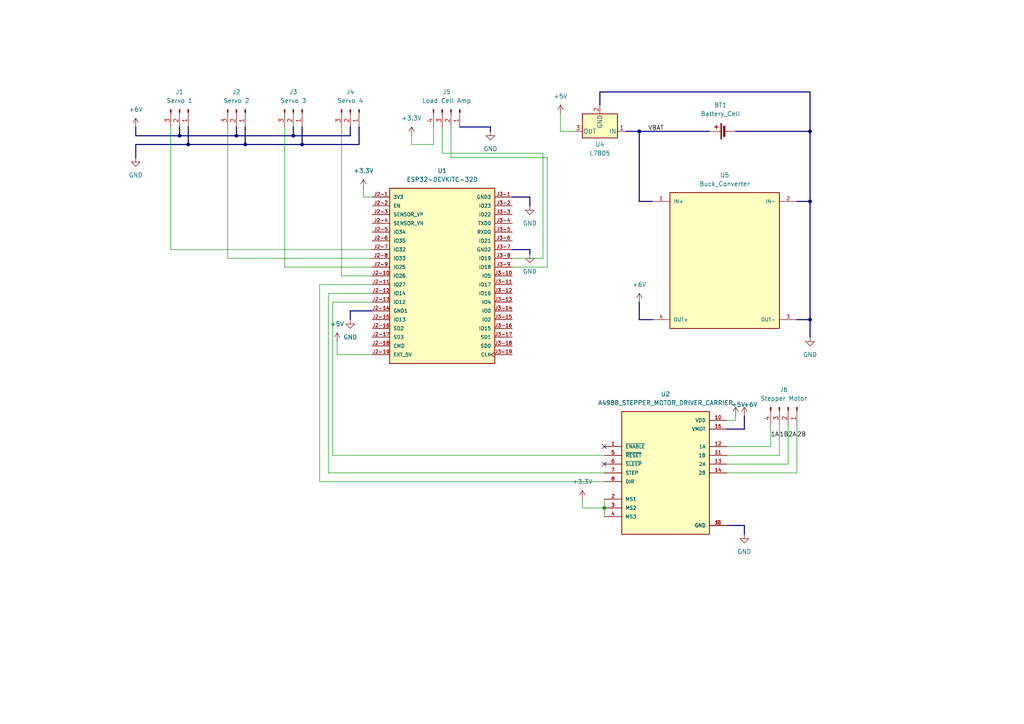
<source format=kicad_sch>
(kicad_sch (version 20250114) (generator "eeschema") (generator_version "9.0")
  (paper "A4")
  (lib_symbols
    (symbol "A4988_STEPPER_MOTOR_DRIVER_CARRIER:A4988_STEPPER_MOTOR_DRIVER_CARRIER" (pin_names (offset 1.016))
      (property "Reference" "U" (at -12.7 19.05 0))
      (property "Value" "A4988_STEPPER_MOTOR_DRIVER_CARRIER" (at -12.7 -21.59 0))
      (symbol "A4988_STEPPER_MOTOR_DRIVER_CARRIER_0_0"
        (rectangle (start -12.7 -17.78) (end 12.7 17.78) (stroke (width 0.254)) (fill (type background)))
        (pin input line (at -17.78 7.62 0) (length 5.08) (name "~{ENABLE}") (number "1"))
        (pin input line (at -17.78 5.08 0) (length 5.08) (name "~{RESET}") (number "5"))
        (pin input line (at -17.78 2.54 0) (length 5.08) (name "~{SLEEP}") (number "6"))
        (pin input line (at -17.78 0 0) (length 5.08) (name "STEP") (number "7"))
        (pin input line (at -17.78 -2.54 0) (length 5.08) (name "DIR") (number "8"))
        (pin input line (at -17.78 -7.62 0) (length 5.08) (name "MS1") (number "2"))
        (pin input line (at -17.78 -10.16 0) (length 5.08) (name "MS2") (number "3"))
        (pin input line (at -17.78 -12.7 0) (length 5.08) (name "MS3") (number "4"))
        (pin power_in line (at 17.78 15.24 180) (length 5.08) (name "VDD") (number "10"))
        (pin power_in line (at 17.78 12.7 180) (length 5.08) (name "VMOT") (number "16"))
        (pin output line (at 17.78 7.62 180) (length 5.08) (name "1A") (number "12"))
        (pin output line (at 17.78 5.08 180) (length 5.08) (name "1B") (number "11"))
        (pin output line (at 17.78 2.54 180) (length 5.08) (name "2A") (number "13"))
        (pin output line (at 17.78 0 180) (length 5.08) (name "2B") (number "14"))
        (pin power_in line (at 17.78 -15.24 180) (length 5.08) (name "GND") (number "15"))
        (pin power_in line (at 17.78 -15.24 180) (length 5.08) (name "GND") (number "9"))
      )
    )
    (symbol "Buck_Converter_1" (pin_names (offset 1.016))
      (property "Reference" "U" (at -12.446 22.86 0))
      (property "Value" "Buck_Converter" (at -12.7 -21.59 0))
      (symbol "Buck_Converter_1_0_0"
        (rectangle (start -12.7 21.59) (end 19.05 -17.78) (stroke (width 0.254)) (fill (type background)))
      )
      (symbol "Buck_Converter_1_1_0"
        (pin input line (at -17.78 19.05 0) (length 5.08) (name "IN+") (number "1"))
        (pin output line (at -17.78 -15.24 0) (length 5.08) (name "OUT+") (number "4"))
        (pin input line (at 24.13 19.05 180) (length 5.08) (name "IN-") (number "2"))
        (pin output line (at 24.13 -15.24 180) (length 5.08) (name "OUT-") (number "3"))
      )
    )
    (symbol "Connector:Conn_01x03_Pin" (pin_names (offset 1.016) (hide yes))
      (property "Reference" "J" (at 0 5.08 0))
      (property "Value" "Conn_01x03_Pin" (at 0 -5.08 0))
      (symbol "Conn_01x03_Pin_1_1"
        (rectangle (start 0.8636 2.667) (end 0 2.413) (stroke (width 0.1524)) (fill (type outline)))
        (rectangle (start 0.8636 0.127) (end 0 -0.127) (stroke (width 0.1524)) (fill (type outline)))
        (rectangle (start 0.8636 -2.413) (end 0 -2.667) (stroke (width 0.1524)) (fill (type outline)))
        (polyline (pts (xy 1.27 2.54) (xy 0.8636 2.54)) (stroke (width 0.1524)))
        (polyline (pts (xy 1.27 0) (xy 0.8636 0)) (stroke (width 0.1524)))
        (polyline (pts (xy 1.27 -2.54) (xy 0.8636 -2.54)) (stroke (width 0.1524)))
        (pin passive line (at 5.08 2.54 180) (length 3.81) (name "Pin_1") (number "1"))
        (pin passive line (at 5.08 0 180) (length 3.81) (name "Pin_2") (number "2"))
        (pin passive line (at 5.08 -2.54 180) (length 3.81) (name "Pin_3") (number "3"))
      )
    )
    (symbol "Connector:Conn_01x04_Pin" (pin_names (offset 1.016) (hide yes))
      (property "Reference" "J" (at 0 5.08 0))
      (property "Value" "Conn_01x04_Pin" (at 0 -7.62 0))
      (symbol "Conn_01x04_Pin_1_1"
        (rectangle (start 0.8636 2.667) (end 0 2.413) (stroke (width 0.1524)) (fill (type outline)))
        (rectangle (start 0.8636 0.127) (end 0 -0.127) (stroke (width 0.1524)) (fill (type outline)))
        (rectangle (start 0.8636 -2.413) (end 0 -2.667) (stroke (width 0.1524)) (fill (type outline)))
        (rectangle (start 0.8636 -4.953) (end 0 -5.207) (stroke (width 0.1524)) (fill (type outline)))
        (polyline (pts (xy 1.27 2.54) (xy 0.8636 2.54)) (stroke (width 0.1524)))
        (polyline (pts (xy 1.27 0) (xy 0.8636 0)) (stroke (width 0.1524)))
        (polyline (pts (xy 1.27 -2.54) (xy 0.8636 -2.54)) (stroke (width 0.1524)))
        (polyline (pts (xy 1.27 -5.08) (xy 0.8636 -5.08)) (stroke (width 0.1524)))
        (pin passive line (at 5.08 2.54 180) (length 3.81) (name "Pin_1") (number "1"))
        (pin passive line (at 5.08 0 180) (length 3.81) (name "Pin_2") (number "2"))
        (pin passive line (at 5.08 -2.54 180) (length 3.81) (name "Pin_3") (number "3"))
        (pin passive line (at 5.08 -5.08 180) (length 3.81) (name "Pin_4") (number "4"))
      )
    )
    (symbol "Device:Battery_Cell" (pin_numbers (hide yes)) (pin_names (offset 0) (hide yes))
      (property "Reference" "BT" (at 2.54 2.54 0))
      (property "Value" "Battery_Cell" (at 2.54 0 0))
      (symbol "Battery_Cell_0_1"
        (rectangle (start -2.286 1.778) (end 2.286 1.524) (fill (type outline)))
        (rectangle (start -1.524 1.016) (end 1.524 0.508) (fill (type outline)))
        (polyline (pts (xy 0 1.778) (xy 0 2.54)))
        (polyline (pts (xy 0 0.762) (xy 0 0)))
        (polyline (pts (xy 0.762 3.048) (xy 1.778 3.048)) (stroke (width 0.254)))
        (polyline (pts (xy 1.27 3.556) (xy 1.27 2.54)) (stroke (width 0.254)))
      )
      (symbol "Battery_Cell_1_1"
        (pin passive line (at 0 5.08 270) (length 2.54) (name "+") (number "1"))
        (pin passive line (at 0 -2.54 90) (length 2.54) (name "-") (number "2"))
      )
    )
    (symbol "ESP32-DEVKITC-32D:ESP32-DEVKITC-32D" (pin_names (offset 1.016))
      (property "Reference" "U" (at -15.2572 26.0643 0))
      (property "Value" "ESP32-DEVKITC-32D" (at -15.2563 -27.9698 0))
      (symbol "ESP32-DEVKITC-32D_0_0"
        (rectangle (start -15.24 -25.4) (end 15.24 25.4) (stroke (width 0.254)) (fill (type background)))
        (pin power_in line (at -20.32 22.86 0) (length 5.08) (name "3V3") (number "J2-1"))
        (pin input line (at -20.32 20.32 0) (length 5.08) (name "EN") (number "J2-2"))
        (pin input line (at -20.32 17.78 0) (length 5.08) (name "SENSOR_VP") (number "J2-3"))
        (pin input line (at -20.32 15.24 0) (length 5.08) (name "SENSOR_VN") (number "J2-4"))
        (pin bidirectional line (at -20.32 12.7 0) (length 5.08) (name "IO34") (number "J2-5"))
        (pin bidirectional line (at -20.32 10.16 0) (length 5.08) (name "IO35") (number "J2-6"))
        (pin bidirectional line (at -20.32 7.62 0) (length 5.08) (name "IO32") (number "J2-7"))
        (pin bidirectional line (at -20.32 5.08 0) (length 5.08) (name "IO33") (number "J2-8"))
        (pin bidirectional line (at -20.32 2.54 0) (length 5.08) (name "IO25") (number "J2-9"))
        (pin bidirectional line (at -20.32 0 0) (length 5.08) (name "IO26") (number "J2-10"))
        (pin bidirectional line (at -20.32 -2.54 0) (length 5.08) (name "IO27") (number "J2-11"))
        (pin bidirectional line (at -20.32 -5.08 0) (length 5.08) (name "IO14") (number "J2-12"))
        (pin bidirectional line (at -20.32 -7.62 0) (length 5.08) (name "IO12") (number "J2-13"))
        (pin power_in line (at -20.32 -10.16 0) (length 5.08) (name "GND1") (number "J2-14"))
        (pin bidirectional line (at -20.32 -12.7 0) (length 5.08) (name "IO13") (number "J2-15"))
        (pin bidirectional line (at -20.32 -15.24 0) (length 5.08) (name "SD2") (number "J2-16"))
        (pin bidirectional line (at -20.32 -17.78 0) (length 5.08) (name "SD3") (number "J2-17"))
        (pin bidirectional line (at -20.32 -20.32 0) (length 5.08) (name "CMD") (number "J2-18"))
        (pin power_in line (at -20.32 -22.86 0) (length 5.08) (name "EXT_5V") (number "J2-19"))
        (pin power_in line (at 20.32 22.86 180) (length 5.08) (name "GND3") (number "J3-1"))
        (pin bidirectional line (at 20.32 20.32 180) (length 5.08) (name "IO23") (number "J3-2"))
        (pin bidirectional line (at 20.32 17.78 180) (length 5.08) (name "IO22") (number "J3-3"))
        (pin output line (at 20.32 15.24 180) (length 5.08) (name "TXD0") (number "J3-4"))
        (pin input line (at 20.32 12.7 180) (length 5.08) (name "RXD0") (number "J3-5"))
        (pin bidirectional line (at 20.32 10.16 180) (length 5.08) (name "IO21") (number "J3-6"))
        (pin power_in line (at 20.32 7.62 180) (length 5.08) (name "GND2") (number "J3-7"))
        (pin bidirectional line (at 20.32 5.08 180) (length 5.08) (name "IO19") (number "J3-8"))
        (pin bidirectional line (at 20.32 2.54 180) (length 5.08) (name "IO18") (number "J3-9"))
        (pin bidirectional line (at 20.32 0 180) (length 5.08) (name "IO5") (number "J3-10"))
        (pin bidirectional line (at 20.32 -2.54 180) (length 5.08) (name "IO17") (number "J3-11"))
        (pin bidirectional line (at 20.32 -5.08 180) (length 5.08) (name "IO16") (number "J3-12"))
        (pin bidirectional line (at 20.32 -7.62 180) (length 5.08) (name "IO4") (number "J3-13"))
        (pin bidirectional line (at 20.32 -10.16 180) (length 5.08) (name "IO0") (number "J3-14"))
        (pin bidirectional line (at 20.32 -12.7 180) (length 5.08) (name "IO2") (number "J3-15"))
        (pin bidirectional line (at 20.32 -15.24 180) (length 5.08) (name "IO15") (number "J3-16"))
        (pin bidirectional line (at 20.32 -17.78 180) (length 5.08) (name "SD1") (number "J3-17"))
        (pin bidirectional line (at 20.32 -20.32 180) (length 5.08) (name "SD0") (number "J3-18"))
        (pin input clock (at 20.32 -22.86 180) (length 5.08) (name "CLK") (number "J3-19"))
      )
    )
    (symbol "Regulator_Linear:L7805" (pin_names (offset 0.254))
      (property "Reference" "U" (at -3.81 3.175 0))
      (property "Value" "L7805" (at 0 3.175 0))
      (symbol "L7805_0_1"
        (rectangle (start -5.08 1.905) (end 5.08 -5.08) (stroke (width 0.254)) (fill (type background)))
      )
      (symbol "L7805_1_1"
        (pin power_in line (at -7.62 0 0) (length 2.54) (name "IN") (number "1"))
        (pin power_in line (at 0 -7.62 90) (length 2.54) (name "GND") (number "2"))
        (pin power_out line (at 7.62 0 180) (length 2.54) (name "OUT") (number "3"))
      )
    )
    (symbol "power:+3.3V" (power) (pin_numbers (hide yes)) (pin_names (offset 0) (hide yes))
      (property "Value" "+3.3V" (at 0 3.556 0))
      (symbol "+3.3V_0_1"
        (polyline (pts (xy -0.762 1.27) (xy 0 2.54)))
        (polyline (pts (xy 0 2.54) (xy 0.762 1.27)))
        (polyline (pts (xy 0 0) (xy 0 2.54)))
      )
      (symbol "+3.3V_1_1"
        (pin power_in line (at 0 0 90) (length 0) (name "~") (number "1"))
      )
    )
    (symbol "power:+5V" (power) (pin_numbers (hide yes)) (pin_names (offset 0) (hide yes))
      (property "Value" "+5V" (at 0 3.556 0))
      (symbol "+5V_0_1"
        (polyline (pts (xy -0.762 1.27) (xy 0 2.54)))
        (polyline (pts (xy 0 2.54) (xy 0.762 1.27)))
        (polyline (pts (xy 0 0) (xy 0 2.54)))
      )
      (symbol "+5V_1_1"
        (pin power_in line (at 0 0 90) (length 0) (name "~") (number "1"))
      )
    )
    (symbol "power:+6V" (power) (pin_numbers (hide yes)) (pin_names (offset 0) (hide yes))
      (property "Value" "+6V" (at 0 3.556 0))
      (symbol "+6V_0_1"
        (polyline (pts (xy -0.762 1.27) (xy 0 2.54)))
        (polyline (pts (xy 0 2.54) (xy 0.762 1.27)))
        (polyline (pts (xy 0 0) (xy 0 2.54)))
      )
      (symbol "+6V_1_1"
        (pin power_in line (at 0 0 90) (length 0) (name "~") (number "1"))
      )
    )
    (symbol "power:GND" (power) (pin_numbers (hide yes)) (pin_names (offset 0) (hide yes))
      (property "Value" "GND" (at 0 -3.81 0))
      (symbol "GND_0_1"
        (polyline (pts (xy 0 0) (xy 0 -1.27) (xy 1.27 -1.27) (xy 0 -2.54) (xy -1.27 -1.27) (xy 0 -1.27)))
      )
      (symbol "GND_1_1"
        (pin power_in line (at 0 0 270) (length 0) (name "~") (number "1"))
      )
    )
  )
  (junction (at 52.07 39.37))
  (junction (at 71.12 41.91))
  (junction (at 87.63 41.91))
  (junction (at 68.58 39.37))
  (junction (at 234.95 92.71))
  (junction (at 185.42 38.1))
  (junction (at 234.95 58.42))
  (junction (at 54.61 41.91))
  (junction (at 175.26 147.32))
  (junction (at 85.09 39.37))
  (junction (at 234.95 38.1))
  (no_connect (at 175.26 129.54))
  (no_connect (at 175.26 134.62))
  (bus (pts (xy 142.24 36.83) (xy 142.24 38.1)))
  (wire (pts (xy 210.82 137.16) (xy 231.14 137.16)))
  (wire (pts (xy 96.52 132.08) (xy 96.52 87.63)))
  (bus (pts (xy 213.36 38.1) (xy 234.95 38.1)))
  (bus (pts (xy 104.14 36.83) (xy 104.14 41.91)))
  (bus (pts (xy 231.14 92.71) (xy 234.95 92.71)))
  (bus (pts (xy 85.09 39.37) (xy 101.6 39.37)))
  (bus (pts (xy 133.35 36.83) (xy 142.24 36.83)))
  (bus (pts (xy 101.6 36.83) (xy 101.6 39.37)))
  (wire (pts (xy 95.25 137.16) (xy 95.25 85.09)))
  (wire (pts (xy 158.75 45.72) (xy 130.81 45.72)))
  (wire (pts (xy 97.79 99.06) (xy 97.79 102.87)))
  (bus (pts (xy 71.12 41.91) (xy 87.63 41.91)))
  (bus (pts (xy 215.9 120.65) (xy 215.9 124.46)))
  (bus (pts (xy 39.37 45.72) (xy 39.37 41.91)))
  (wire (pts (xy 175.26 139.7) (xy 92.71 139.7)))
  (bus (pts (xy 234.95 92.71) (xy 234.95 97.79)))
  (bus (pts (xy 185.42 38.1) (xy 185.42 58.42)))
  (wire (pts (xy 119.38 41.91) (xy 119.38 39.37)))
  (bus (pts (xy 39.37 39.37) (xy 52.07 39.37)))
  (wire (pts (xy 228.6 134.62) (xy 228.6 123.19)))
  (wire (pts (xy 226.06 132.08) (xy 226.06 123.19)))
  (bus (pts (xy 107.95 90.17) (xy 101.6 90.17)))
  (bus (pts (xy 185.42 87.63) (xy 185.42 92.71)))
  (wire (pts (xy 175.26 137.16) (xy 95.25 137.16)))
  (bus (pts (xy 39.37 41.91) (xy 54.61 41.91)))
  (bus (pts (xy 101.6 90.17) (xy 101.6 92.71)))
  (wire (pts (xy 107.95 57.15) (xy 105.41 57.15)))
  (bus (pts (xy 52.07 36.83) (xy 52.07 39.37)))
  (wire (pts (xy 107.95 77.47) (xy 82.55 77.47)))
  (bus (pts (xy 54.61 36.83) (xy 54.61 41.91)))
  (bus (pts (xy 234.95 38.1) (xy 234.95 26.67)))
  (wire (pts (xy 99.06 80.01) (xy 99.06 36.83)))
  (wire (pts (xy 130.81 36.83) (xy 130.81 45.72)))
  (wire (pts (xy 157.48 44.45) (xy 128.27 44.45)))
  (wire (pts (xy 97.79 102.87) (xy 107.95 102.87)))
  (bus (pts (xy 231.14 58.42) (xy 234.95 58.42)))
  (bus (pts (xy 215.9 152.4) (xy 215.9 154.94)))
  (wire (pts (xy 82.55 77.47) (xy 82.55 36.83)))
  (wire (pts (xy 210.82 129.54) (xy 223.52 129.54)))
  (bus (pts (xy 234.95 38.1) (xy 234.95 58.42)))
  (bus (pts (xy 87.63 41.91) (xy 104.14 41.91)))
  (wire (pts (xy 92.71 139.7) (xy 92.71 82.55)))
  (wire (pts (xy 175.26 132.08) (xy 96.52 132.08)))
  (wire (pts (xy 162.56 33.02) (xy 162.56 38.1)))
  (wire (pts (xy 175.26 147.32) (xy 175.26 149.86)))
  (wire (pts (xy 175.26 147.32) (xy 168.91 147.32)))
  (bus (pts (xy 85.09 36.83) (xy 85.09 39.37)))
  (wire (pts (xy 210.82 132.08) (xy 226.06 132.08)))
  (wire (pts (xy 162.56 38.1) (xy 166.37 38.1)))
  (bus (pts (xy 54.61 41.91) (xy 71.12 41.91)))
  (wire (pts (xy 107.95 80.01) (xy 99.06 80.01)))
  (bus (pts (xy 87.63 36.83) (xy 87.63 41.91)))
  (wire (pts (xy 105.41 54.61) (xy 105.41 57.15)))
  (wire (pts (xy 95.25 85.09) (xy 107.95 85.09)))
  (bus (pts (xy 148.59 57.15) (xy 153.67 57.15)))
  (wire (pts (xy 92.71 82.55) (xy 107.95 82.55)))
  (bus (pts (xy 153.67 57.15) (xy 153.67 59.69)))
  (wire (pts (xy 231.14 137.16) (xy 231.14 123.19)))
  (bus (pts (xy 173.99 26.67) (xy 173.99 30.48)))
  (wire (pts (xy 213.36 120.65) (xy 213.36 121.92)))
  (wire (pts (xy 210.82 121.92) (xy 213.36 121.92)))
  (bus (pts (xy 181.61 38.1) (xy 185.42 38.1)))
  (wire (pts (xy 66.04 74.93) (xy 66.04 36.83)))
  (bus (pts (xy 52.07 39.37) (xy 68.58 39.37)))
  (bus (pts (xy 234.95 26.67) (xy 173.99 26.67)))
  (wire (pts (xy 148.59 77.47) (xy 158.75 77.47)))
  (wire (pts (xy 175.26 144.78) (xy 175.26 147.32)))
  (wire (pts (xy 49.53 72.39) (xy 49.53 36.83)))
  (wire (pts (xy 168.91 144.78) (xy 168.91 147.32)))
  (bus (pts (xy 210.82 124.46) (xy 215.9 124.46)))
  (bus (pts (xy 68.58 39.37) (xy 85.09 39.37)))
  (bus (pts (xy 210.82 152.4) (xy 215.9 152.4)))
  (wire (pts (xy 223.52 129.54) (xy 223.52 123.19)))
  (bus (pts (xy 189.23 58.42) (xy 185.42 58.42)))
  (bus (pts (xy 68.58 36.83) (xy 68.58 39.37)))
  (wire (pts (xy 96.52 87.63) (xy 107.95 87.63)))
  (wire (pts (xy 125.73 36.83) (xy 125.73 41.91)))
  (wire (pts (xy 210.82 134.62) (xy 228.6 134.62)))
  (wire (pts (xy 148.59 74.93) (xy 157.48 74.93)))
  (bus (pts (xy 234.95 58.42) (xy 234.95 92.71)))
  (bus (pts (xy 148.59 72.39) (xy 153.67 72.39)))
  (wire (pts (xy 128.27 44.45) (xy 128.27 36.83)))
  (bus (pts (xy 71.12 36.83) (xy 71.12 41.91)))
  (bus (pts (xy 153.67 72.39) (xy 153.67 73.66)))
  (wire (pts (xy 125.73 41.91) (xy 119.38 41.91)))
  (wire (pts (xy 107.95 72.39) (xy 49.53 72.39)))
  (bus (pts (xy 39.37 36.83) (xy 39.37 39.37)))
  (bus (pts (xy 185.42 38.1) (xy 205.74 38.1)))
  (wire (pts (xy 107.95 74.93) (xy 66.04 74.93)))
  (wire (pts (xy 158.75 77.47) (xy 158.75 45.72)))
  (wire (pts (xy 157.48 74.93) (xy 157.48 44.45)))
  (bus (pts (xy 189.23 92.71) (xy 185.42 92.71)))
  (label "VBAT" (at 187.96 38.1 0))
  (label "1B" (at 226.06 127 0))
  (label "1A" (at 223.52 127 0))
  (label "2A" (at 228.6 127 0))
  (label "2B" (at 231.14 127 0))
  (symbol (lib_id "power:GND") (at 153.67 59.69 0) (unit 1)
    (property "Reference" "#PWR05" (effects (hide yes)))
    (property "Value" "GND" (at 153.67 64.77 0))
    (property "Description" "Power symbol creates a global label with name \"GND\" , ground" (effects (hide yes)))
  )
  (symbol (lib_id "Connector:Conn_01x03_Pin") (at 85.09 31.75 270) (unit 1)
    (property "Reference" "J3" (at 85.09 26.67 90))
    (property "Value" "Servo 3" (at 85.09 29.21 90))
    (property "Footprint" "Connector_PinHeader_2.54mm:PinHeader_1x03_P2.54mm_Vertical" (effects (hide yes)))
    (property "Description" "Generic connector, single row, 01x03, script generated" (effects (hide yes)))
  )
  (symbol (lib_id "Connector:Conn_01x03_Pin") (at 101.6 31.75 270) (unit 1)
    (property "Reference" "J4" (at 101.6 26.67 90))
    (property "Value" "Servo 4" (at 101.6 29.21 90))
    (property "Footprint" "Connector_PinHeader_2.54mm:PinHeader_1x03_P2.54mm_Vertical" (effects (hide yes)))
    (property "Description" "Generic connector, single row, 01x03, script generated" (effects (hide yes)))
  )
  (symbol (lib_id "A4988_STEPPER_MOTOR_DRIVER_CARRIER:A4988_STEPPER_MOTOR_DRIVER_CARRIER") (at 193.04 137.16 0) (unit 1)
    (property "Reference" "U2" (at 193.04 114.3 0))
    (property "Value" "A4988_STEPPER_MOTOR_DRIVER_CARRIER" (at 193.04 116.84 0))
    (property "Footprint" "STEPPER_MOTOR_DRIVER:MODULE_A4988_STEPPER_MOTOR_DRIVER_CARRIER" (effects (hide yes)))
    (property "MF" "Pololu" (effects (hide yes)))
    (property "DESCRIPTION" "Stepper motor controler; IC: A4988; 1A; Uin mot: 8÷35V" (effects (hide yes)))
    (property "PACKAGE" "None" (effects (hide yes)))
    (property "PRICE" "None" (effects (hide yes)))
    (property "Package" "None" (effects (hide yes)))
    (property "Check_prices" "https://www.snapeda.com/parts/A4988%20STEPPER%20MOTOR%20DRIVER%20CARRIER/Pololu/view-part/?ref=eda" (effects (hide yes)))
    (property "Price" "None" (effects (hide yes)))
    (property "SnapEDA_Link" "https://www.snapeda.com/parts/A4988%20STEPPER%20MOTOR%20DRIVER%20CARRIER/Pololu/view-part/?ref=snap" (effects (hide yes)))
    (property "MP" "A4988 STEPPER MOTOR DRIVER CARRIER" (effects (hide yes)))
    (property "Availability" "Not in stock" (effects (hide yes)))
    (property "AVAILABILITY" "Unavailable" (effects (hide yes)))
    (property "Description_1" "Stepper Motor Driver" (effects (hide yes)))
  )
  (symbol (lib_id "Connector:Conn_01x04_Pin") (at 228.6 118.11 270) (unit 1)
    (property "Reference" "J6" (at 227.33 113.03 90))
    (property "Value" "Stepper Motor" (at 227.33 115.57 90))
    (property "Footprint" "Connector_PinHeader_2.54mm:PinHeader_1x04_P2.54mm_Vertical" (effects (hide yes)))
    (property "Description" "Generic connector, single row, 01x04, script generated" (effects (hide yes)))
  )
  (symbol (lib_id "power:+3.3V") (at 105.41 54.61 0) (unit 1)
    (property "Reference" "#PWR013" (effects (hide yes)))
    (property "Value" "+3.3V" (at 105.41 49.53 0))
    (property "Description" "Power symbol creates a global label with name \"+3.3V\"" (effects (hide yes)))
  )
  (symbol (lib_id "power:GND") (at 39.37 45.72 0) (unit 1)
    (property "Reference" "#PWR08" (effects (hide yes)))
    (property "Value" "GND" (at 39.37 50.8 0))
    (property "Description" "Power symbol creates a global label with name \"GND\" , ground" (effects (hide yes)))
  )
  (symbol (lib_id "Connector:Conn_01x03_Pin") (at 52.07 31.75 270) (unit 1)
    (property "Reference" "J1" (at 52.07 26.67 90))
    (property "Value" "Servo 1" (at 52.07 29.21 90))
    (property "Footprint" "Connector_PinHeader_2.54mm:PinHeader_1x03_P2.54mm_Vertical" (effects (hide yes)))
    (property "Description" "Generic connector, single row, 01x03, script generated" (effects (hide yes)))
  )
  (symbol (lib_id "power:+6V") (at 39.37 36.83 0) (unit 1)
    (property "Reference" "#PWR07" (effects (hide yes)))
    (property "Value" "+6V" (at 39.37 31.75 0))
    (property "Description" "Power symbol creates a global label with name \"+6V\"" (effects (hide yes)))
  )
  (symbol (lib_id "ESP32-DEVKITC-32D:ESP32-DEVKITC-32D") (at 128.27 80.01 0) (unit 1)
    (property "Reference" "U1" (at 128.27 49.53 0))
    (property "Value" "ESP32-DEVKITC-32D" (at 128.27 52.07 0))
    (property "Footprint" "ESP32-DEVKITC-32D:ESP32_1" (effects (hide yes)))
    (property "MF" "Espressif Systems" (effects (hide yes)))
    (property "MAXIMUM_PACKAGE_HEIGHT" "N/A" (effects (hide yes)))
    (property "Package" "None" (effects (hide yes)))
    (property "Price" "None" (effects (hide yes)))
    (property "Check_prices" "https://www.snapeda.com/parts/ESP32-DEVKITC-32D/Espressif+Systems/view-part/?ref=eda" (effects (hide yes)))
    (property "STANDARD" "Manufacturer Recommendations" (effects (hide yes)))
    (property "PARTREV" "V4" (effects (hide yes)))
    (property "SnapEDA_Link" "https://www.snapeda.com/parts/ESP32-DEVKITC-32D/Espressif+Systems/view-part/?ref=snap" (effects (hide yes)))
    (property "MP" "ESP32-DEVKITC-32D" (effects (hide yes)))
    (property "Description_1" "WiFi Development Tools (802.11) ESP32 General Development Kit, ESP32-WROOM-32D on the board" (effects (hide yes)))
    (property "MANUFACTURER" "Espressif Systems" (effects (hide yes)))
    (property "Availability" "Not in stock" (effects (hide yes)))
    (property "SNAPEDA_PN" "ESP32-DEVKITC-32D" (effects (hide yes)))
  )
  (symbol (lib_id "power:GND") (at 142.24 38.1 0) (unit 1)
    (property "Reference" "#PWR010" (effects (hide yes)))
    (property "Value" "GND" (at 142.24 43.18 0))
    (property "Description" "Power symbol creates a global label with name \"GND\" , ground" (effects (hide yes)))
  )
  (symbol (lib_id "power:+5V") (at 162.56 33.02 0) (unit 1)
    (property "Reference" "#PWR01" (effects (hide yes)))
    (property "Value" "+5V" (at 162.56 27.94 0))
    (property "Description" "Power symbol creates a global label with name \"+5V\"" (effects (hide yes)))
  )
  (symbol (lib_id "power:+3.3V") (at 168.91 144.78 0) (unit 1)
    (property "Reference" "#PWR015" (effects (hide yes)))
    (property "Value" "+3.3V" (at 168.91 139.7 0))
    (property "Description" "Power symbol creates a global label with name \"+3.3V\"" (effects (hide yes)))
  )
  (symbol (lib_id "power:+5V") (at 213.36 120.65 0) (unit 1)
    (property "Reference" "#PWR016" (effects (hide yes)))
    (property "Value" "+5V" (at 214.122 117.348 0))
    (property "Description" "Power symbol creates a global label with name \"+5V\"" (effects (hide yes)))
  )
  (symbol (lib_id "power:+3.3V") (at 119.38 39.37 0) (unit 1)
    (property "Reference" "#PWR014" (effects (hide yes)))
    (property "Value" "+3.3V" (at 119.38 34.29 0))
    (property "Description" "Power symbol creates a global label with name \"+3.3V\"" (effects (hide yes)))
  )
  (symbol (lib_id "power:GND") (at 153.67 73.66 0) (unit 1)
    (property "Reference" "#PWR09" (effects (hide yes)))
    (property "Value" "GND" (at 153.67 78.74 0))
    (property "Description" "Power symbol creates a global label with name \"GND\" , ground" (effects (hide yes)))
  )
  (symbol (lib_id "Connector:Conn_01x03_Pin") (at 68.58 31.75 270) (unit 1)
    (property "Reference" "J2" (at 68.58 26.67 90))
    (property "Value" "Servo 2" (at 68.58 29.21 90))
    (property "Footprint" "Connector_PinHeader_2.54mm:PinHeader_1x03_P2.54mm_Vertical" (effects (hide yes)))
    (property "Description" "Generic connector, single row, 01x03, script generated" (effects (hide yes)))
  )
  (symbol (lib_id "Device:Battery_Cell") (at 210.82 38.1 90) (unit 1)
    (property "Reference" "BT1" (at 208.9785 30.48 90))
    (property "Value" "Battery_Cell" (at 208.9785 33.02 90))
    (property "Footprint" "STEPPER_MOTOR_DRIVER:Lipo Battery T Plug" (effects (hide yes)))
    (property "Description" "Single-cell battery" (effects (hide yes)))
  )
  (symbol (lib_id "power:+6V") (at 185.42 87.63 0) (unit 1)
    (property "Reference" "#PWR02" (effects (hide yes)))
    (property "Value" "+6V" (at 185.42 82.55 0))
    (property "Description" "Power symbol creates a global label with name \"+6V\"" (effects (hide yes)))
  )
  (symbol (lib_id "power:GND") (at 101.6 92.71 0) (unit 1)
    (property "Reference" "#PWR04" (effects (hide yes)))
    (property "Value" "GND" (at 101.6 97.79 0))
    (property "Description" "Power symbol creates a global label with name \"GND\" , ground" (effects (hide yes)))
  )
  (symbol (lib_id "Connector:Conn_01x04_Pin") (at 130.81 31.75 270) (unit 1)
    (property "Reference" "J5" (at 129.54 26.67 90))
    (property "Value" "Load Cell Amp" (at 129.54 29.21 90))
    (property "Footprint" "Connector_PinHeader_2.54mm:PinHeader_1x04_P2.54mm_Vertical" (effects (hide yes)))
    (property "Description" "Generic connector, single row, 01x04, script generated" (effects (hide yes)))
  )
  (symbol (lib_id "Regulator_Linear:L7805") (at 173.99 38.1 180) (unit 1)
    (property "Reference" "U4" (at 173.99 41.91 0))
    (property "Value" "L7805" (at 173.99 44.45 0))
    (property "Footprint" "Package_TO_SOT_THT:TO-220-3_Vertical" (effects (hide yes)))
    (property "Datasheet" "http://www.st.com/content/ccc/resource/technical/document/datasheet/41/4f/b3/b0/12/d4/47/88/CD00000444.pdf/files/CD00000444.pdf/jcr:content/translations/en.CD00000444.pdf" (effects (hide yes)))
    (property "Description" "Positive 1.5A 35V Linear Regulator, Fixed Output 5V, TO-220/TO-263/TO-252" (effects (hide yes)))
  )
  (symbol (lib_id "power:+5V") (at 97.79 99.06 0) (unit 1)
    (property "Reference" "#PWR06" (effects (hide yes)))
    (property "Value" "+5V" (at 97.79 93.98 0))
    (property "Description" "Power symbol creates a global label with name \"+5V\"" (effects (hide yes)))
  )
  (symbol (lib_id "power:GND") (at 215.9 154.94 0) (unit 1)
    (property "Reference" "#PWR011" (effects (hide yes)))
    (property "Value" "GND" (at 215.9 160.02 0))
    (property "Description" "Power symbol creates a global label with name \"GND\" , ground" (effects (hide yes)))
  )
  (symbol (lib_id "power:GND") (at 234.95 97.79 0) (unit 1)
    (property "Reference" "#PWR03" (effects (hide yes)))
    (property "Value" "GND" (at 234.95 102.87 0))
    (property "Description" "Power symbol creates a global label with name \"GND\" , ground" (effects (hide yes)))
  )
  (symbol (lib_name "Buck_Converter_1") (lib_id "A4988_STEPPER_MOTOR_DRIVER_CARRIER:Buck_Converter") (at 207.01 77.47 0) (unit 1)
    (property "Reference" "U5" (at 210.185 50.8 0))
    (property "Value" "Buck_Converter" (at 210.185 53.34 0))
    (property "Footprint" "STEPPER_MOTOR_DRIVER:Buck Converter" (effects (hide yes)))
  )
  (symbol (lib_id "power:+6V") (at 215.9 120.65 0) (unit 1)
    (property "Reference" "#PWR012" (effects (hide yes)))
    (property "Value" "+6V" (at 217.678 117.348 0))
    (property "Description" "Power symbol creates a global label with name \"+6V\"" (effects (hide yes)))
  )
)
</source>
